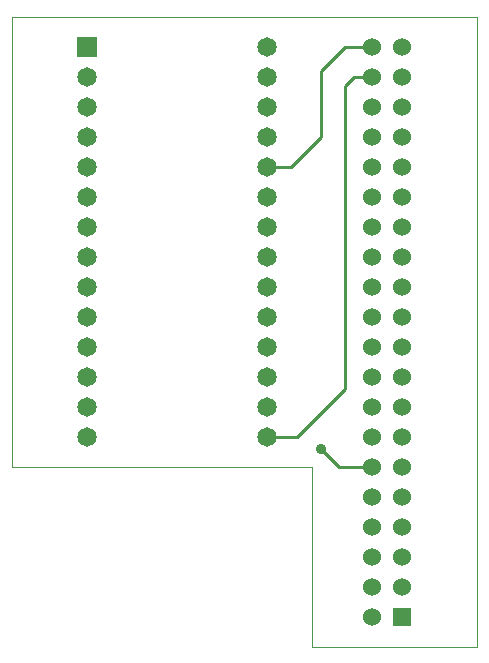
<source format=gtl>
G04 (created by PCBNEW (2013-07-07 BZR 4022)-stable) date 8/19/2015 9:17:48 PM*
%MOIN*%
G04 Gerber Fmt 3.4, Leading zero omitted, Abs format*
%FSLAX34Y34*%
G01*
G70*
G90*
G04 APERTURE LIST*
%ADD10C,0.00590551*%
%ADD11C,0.00393701*%
%ADD12R,0.065X0.065*%
%ADD13C,0.065*%
%ADD14R,0.06X0.06*%
%ADD15C,0.06*%
%ADD16C,0.035*%
%ADD17C,0.01*%
G04 APERTURE END LIST*
G54D10*
G54D11*
X75000Y-61000D02*
X75000Y-46000D01*
X85000Y-61000D02*
X75000Y-61000D01*
X85000Y-67000D02*
X85000Y-61000D01*
X90500Y-67000D02*
X85000Y-67000D01*
X90500Y-46000D02*
X90500Y-67000D01*
X75000Y-46000D02*
X90500Y-46000D01*
G54D12*
X77500Y-47000D03*
G54D13*
X77500Y-48000D03*
X77500Y-49000D03*
X77500Y-50000D03*
X77500Y-51000D03*
X77500Y-52000D03*
X77500Y-53000D03*
X77500Y-54000D03*
X77500Y-55000D03*
X77500Y-56000D03*
X77500Y-57000D03*
X77500Y-58000D03*
X77500Y-59000D03*
X77500Y-60000D03*
X83500Y-60000D03*
X83500Y-59000D03*
X83500Y-58000D03*
X83500Y-57000D03*
X83500Y-56000D03*
X83500Y-55000D03*
X83500Y-54000D03*
X83500Y-53000D03*
X83500Y-52000D03*
X83500Y-51000D03*
X83500Y-50000D03*
X83500Y-49000D03*
X83500Y-48000D03*
X83500Y-47000D03*
G54D14*
X88000Y-66000D03*
G54D15*
X87000Y-66000D03*
X88000Y-65000D03*
X87000Y-65000D03*
X88000Y-64000D03*
X87000Y-64000D03*
X88000Y-63000D03*
X87000Y-63000D03*
X88000Y-62000D03*
X87000Y-62000D03*
X88000Y-61000D03*
X87000Y-61000D03*
X88000Y-60000D03*
X87000Y-60000D03*
X88000Y-59000D03*
X87000Y-59000D03*
X88000Y-58000D03*
X87000Y-58000D03*
X88000Y-57000D03*
X87000Y-57000D03*
X88000Y-56000D03*
X87000Y-56000D03*
X88000Y-55000D03*
X87000Y-55000D03*
X88000Y-54000D03*
X87000Y-54000D03*
X88000Y-53000D03*
X87000Y-53000D03*
X88000Y-52000D03*
X87000Y-52000D03*
X88000Y-51000D03*
X87000Y-51000D03*
X88000Y-50000D03*
X87000Y-50000D03*
X88000Y-49000D03*
X87000Y-49000D03*
X88000Y-48000D03*
X87000Y-48000D03*
X88000Y-47000D03*
X87000Y-47000D03*
G54D16*
X85300Y-60400D03*
G54D17*
X83500Y-60000D02*
X84500Y-60000D01*
X86400Y-48000D02*
X87000Y-48000D01*
X86100Y-48300D02*
X86400Y-48000D01*
X86100Y-58400D02*
X86100Y-48300D01*
X84500Y-60000D02*
X86100Y-58400D01*
X85900Y-61000D02*
X87000Y-61000D01*
X85300Y-60400D02*
X85900Y-61000D01*
X83500Y-51000D02*
X84300Y-51000D01*
X86100Y-47000D02*
X87000Y-47000D01*
X85300Y-47800D02*
X86100Y-47000D01*
X85300Y-50000D02*
X85300Y-47800D01*
X84300Y-51000D02*
X85300Y-50000D01*
M02*

</source>
